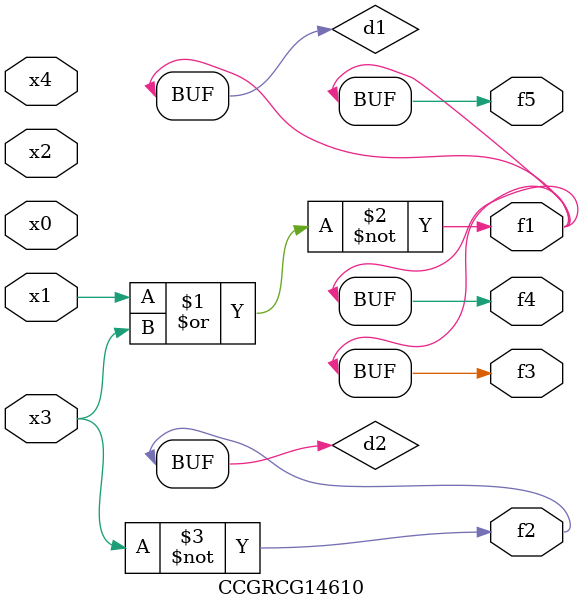
<source format=v>
module CCGRCG14610(
	input x0, x1, x2, x3, x4,
	output f1, f2, f3, f4, f5
);

	wire d1, d2;

	nor (d1, x1, x3);
	not (d2, x3);
	assign f1 = d1;
	assign f2 = d2;
	assign f3 = d1;
	assign f4 = d1;
	assign f5 = d1;
endmodule

</source>
